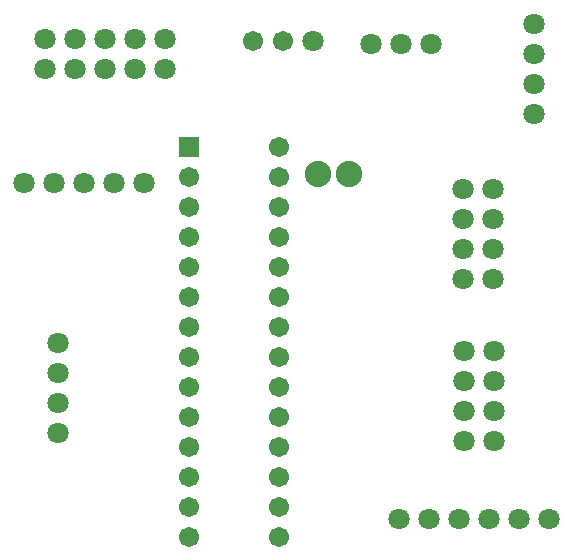
<source format=gbs>
G04 Layer: BottomSolderMaskLayer*
G04 EasyEDA v6.2.46, 2019-10-16T15:20:01+02:00*
G04 17d91261987f4ea7b1e2a014808d89e6,c2ce4b80da084e9d99782b66b1536189,10*
G04 Gerber Generator version 0.2*
G04 Scale: 100 percent, Rotated: No, Reflected: No *
G04 Dimensions in millimeters *
G04 leading zeros omitted , absolute positions ,3 integer and 3 decimal *
%FSLAX33Y33*%
%MOMM*%
G90*
G71D02*

%ADD23C,2.235200*%
%ADD24C,1.703197*%
%ADD26C,1.803197*%

%LPD*%
G54D23*
G01X27432Y33997D03*
G01X30012Y33997D03*
G54D24*
G01X24130Y3263D03*
G01X24130Y5803D03*
G01X24130Y8343D03*
G01X24130Y10883D03*
G01X24130Y13423D03*
G01X24130Y15963D03*
G01X24130Y18503D03*
G01X24130Y21043D03*
G01X24130Y23583D03*
G01X24130Y26123D03*
G01X24130Y28663D03*
G01X24130Y31203D03*
G01X24130Y33743D03*
G01X24130Y36283D03*
G01X16510Y3263D03*
G01X16510Y5803D03*
G01X16510Y8343D03*
G01X16510Y10883D03*
G01X16510Y13423D03*
G01X16510Y15963D03*
G01X16510Y18503D03*
G01X16510Y21043D03*
G01X16510Y23583D03*
G01X16510Y26123D03*
G01X16510Y28663D03*
G01X16510Y31203D03*
G01X16510Y33743D03*
G36*
G01X15659Y35433D02*
G01X15659Y37134D01*
G01X17360Y37134D01*
G01X17360Y35433D01*
G01X15659Y35433D01*
G37*
G54D26*
G01X45707Y41611D03*
G01X45707Y44151D03*
G01X45707Y39071D03*
G01X45707Y46691D03*
G01X39673Y30185D03*
G01X42213Y30185D03*
G01X39673Y27645D03*
G01X42213Y27645D03*
G01X39673Y25105D03*
G01X42213Y25105D03*
G01X39673Y32725D03*
G01X42213Y32725D03*
G01X39757Y16469D03*
G01X42297Y16469D03*
G01X39757Y13929D03*
G01X42297Y13929D03*
G01X39757Y11389D03*
G01X42297Y11389D03*
G01X39757Y19009D03*
G01X42297Y19009D03*
G01X26982Y45209D03*
G54D24*
G01X21902Y45209D03*
G01X24442Y45209D03*
G54D26*
G01X31865Y44955D03*
G01X34405Y44955D03*
G01X36945Y44955D03*
G01X5080Y33235D03*
G01X7620Y33235D03*
G01X10160Y33235D03*
G01X2540Y33235D03*
G01X12700Y33235D03*
G01X6858Y42879D03*
G01X6858Y45419D03*
G01X9398Y42879D03*
G01X9398Y45419D03*
G01X11938Y42879D03*
G01X11938Y45419D03*
G01X4318Y42879D03*
G01X4318Y45419D03*
G01X14478Y42879D03*
G01X14478Y45419D03*
G01X5427Y12062D03*
G01X5427Y14602D03*
G01X5427Y17142D03*
G01X5427Y19682D03*
G01X34290Y4787D03*
G01X36830Y4787D03*
G01X39370Y4787D03*
G01X41910Y4787D03*
G01X44450Y4787D03*
G01X46990Y4787D03*
M00*
M02*

</source>
